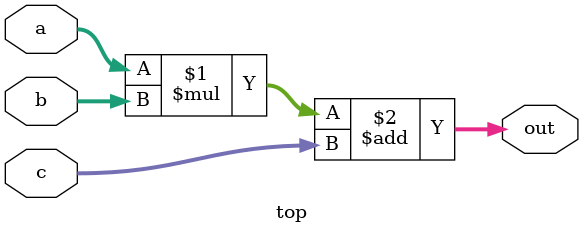
<source format=v>

module top(input [15:0] a, b, input [47:0] c, output [47:0] out);
  assign out = a * b + c;
endmodule

// CHECK: module out(a, b, p);
</source>
